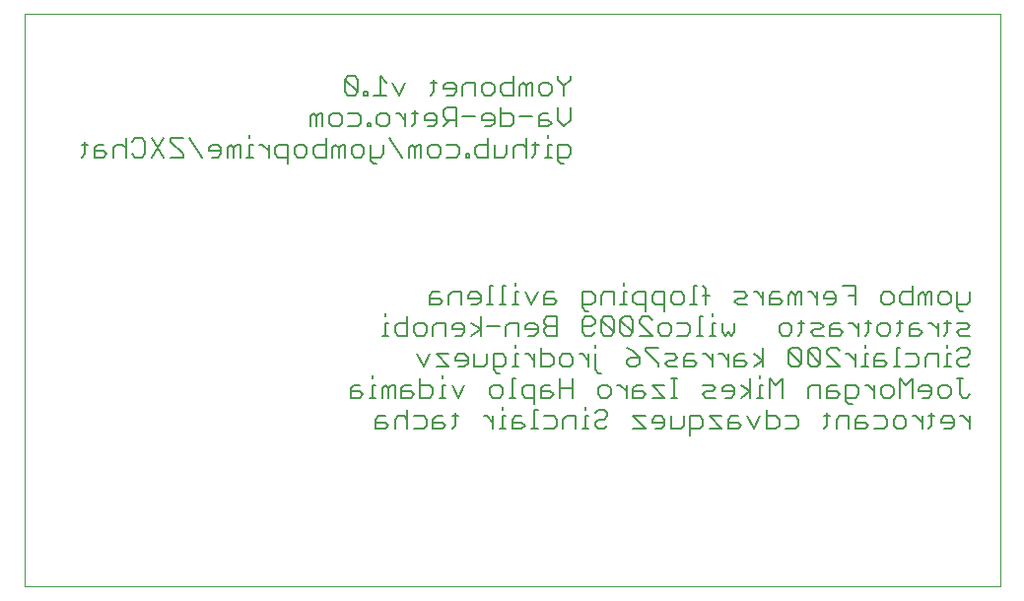
<source format=gbo>
G75*
%MOIN*%
%OFA0B0*%
%FSLAX24Y24*%
%IPPOS*%
%LPD*%
%AMOC8*
5,1,8,0,0,1.08239X$1,22.5*
%
%ADD10C,0.0000*%
%ADD11C,0.0060*%
D10*
X000100Y000175D02*
X000100Y019545D01*
X033092Y019545D01*
X033092Y000175D01*
X000100Y000175D01*
D11*
X011125Y006568D02*
X011445Y006568D01*
X011552Y006674D01*
X011445Y006781D01*
X011125Y006781D01*
X011125Y006888D02*
X011125Y006568D01*
X011125Y006888D02*
X011232Y006995D01*
X011445Y006995D01*
X011875Y006995D02*
X011875Y006568D01*
X011982Y006568D02*
X011768Y006568D01*
X012199Y006568D02*
X012199Y006888D01*
X012306Y006995D01*
X012413Y006888D01*
X012413Y006568D01*
X012626Y006568D02*
X012626Y006995D01*
X012519Y006995D01*
X012413Y006888D01*
X012844Y006888D02*
X012844Y006568D01*
X013164Y006568D01*
X013271Y006674D01*
X013164Y006781D01*
X012844Y006781D01*
X012844Y006888D02*
X012950Y006995D01*
X013164Y006995D01*
X013488Y006995D02*
X013808Y006995D01*
X013915Y006888D01*
X013915Y006674D01*
X013808Y006568D01*
X013488Y006568D01*
X013488Y007208D01*
X013594Y007618D02*
X013381Y008045D01*
X013808Y008045D02*
X013594Y007618D01*
X014025Y007618D02*
X014452Y007618D01*
X014025Y008045D01*
X014452Y008045D01*
X014670Y007938D02*
X014670Y007831D01*
X015097Y007831D01*
X015097Y007724D02*
X015097Y007938D01*
X014990Y008045D01*
X014777Y008045D01*
X014670Y007938D01*
X014990Y007618D02*
X015097Y007724D01*
X014990Y007618D02*
X014777Y007618D01*
X015314Y007618D02*
X015314Y008045D01*
X015741Y008045D02*
X015741Y007724D01*
X015635Y007618D01*
X015314Y007618D01*
X015959Y007618D02*
X016279Y007618D01*
X016386Y007724D01*
X016386Y007938D01*
X016279Y008045D01*
X015959Y008045D01*
X015959Y007511D01*
X016066Y007404D01*
X016172Y007404D01*
X016601Y007208D02*
X016601Y006568D01*
X016495Y006568D02*
X016708Y006568D01*
X016926Y006674D02*
X017033Y006568D01*
X017353Y006568D01*
X017353Y006354D02*
X017353Y006995D01*
X017033Y006995D01*
X016926Y006888D01*
X016926Y006674D01*
X016279Y006674D02*
X016172Y006568D01*
X015958Y006568D01*
X015852Y006674D01*
X015852Y006888D01*
X015958Y006995D01*
X016172Y006995D01*
X016279Y006888D01*
X016279Y006674D01*
X016279Y006265D02*
X016279Y006158D01*
X016279Y005945D02*
X016279Y005518D01*
X016386Y005518D02*
X016172Y005518D01*
X015956Y005518D02*
X015956Y005945D01*
X015743Y005945D02*
X015956Y005731D01*
X015743Y005945D02*
X015636Y005945D01*
X016279Y005945D02*
X016386Y005945D01*
X016603Y005838D02*
X016603Y005518D01*
X016924Y005518D01*
X017031Y005624D01*
X016924Y005731D01*
X016603Y005731D01*
X016603Y005838D02*
X016710Y005945D01*
X016924Y005945D01*
X017353Y006158D02*
X017353Y005518D01*
X017247Y005518D02*
X017460Y005518D01*
X017678Y005518D02*
X017998Y005518D01*
X018105Y005624D01*
X018105Y005838D01*
X017998Y005945D01*
X017678Y005945D01*
X017460Y006158D02*
X017353Y006158D01*
X017570Y006568D02*
X017891Y006568D01*
X017997Y006674D01*
X017891Y006781D01*
X017570Y006781D01*
X017570Y006888D02*
X017570Y006568D01*
X017570Y006888D02*
X017677Y006995D01*
X017891Y006995D01*
X018215Y006888D02*
X018642Y006888D01*
X018642Y006568D02*
X018642Y007208D01*
X018535Y007618D02*
X018642Y007724D01*
X018642Y007938D01*
X018535Y008045D01*
X018322Y008045D01*
X018215Y007938D01*
X018215Y007724D01*
X018322Y007618D01*
X018535Y007618D01*
X017997Y007724D02*
X017997Y007938D01*
X017891Y008045D01*
X017570Y008045D01*
X017353Y008045D02*
X017353Y007618D01*
X017353Y007831D02*
X017139Y008045D01*
X017033Y008045D01*
X016816Y008045D02*
X016709Y008045D01*
X016709Y007618D01*
X016816Y007618D02*
X016602Y007618D01*
X016601Y007208D02*
X016708Y007208D01*
X017570Y007618D02*
X017891Y007618D01*
X017997Y007724D01*
X017570Y007618D02*
X017570Y008258D01*
X017784Y008668D02*
X018105Y008668D01*
X018105Y009308D01*
X017784Y009308D01*
X017678Y009201D01*
X017678Y009095D01*
X017784Y008988D01*
X018105Y008988D01*
X017784Y008988D02*
X017678Y008881D01*
X017678Y008774D01*
X017784Y008668D01*
X017460Y008774D02*
X017460Y008988D01*
X017353Y009095D01*
X017140Y009095D01*
X017033Y008988D01*
X017033Y008881D01*
X017460Y008881D01*
X017460Y008774D02*
X017353Y008668D01*
X017140Y008668D01*
X016816Y008668D02*
X016816Y009095D01*
X016495Y009095D01*
X016389Y008988D01*
X016389Y008668D01*
X016171Y008988D02*
X015744Y008988D01*
X015527Y008881D02*
X015206Y009095D01*
X014989Y008988D02*
X014883Y009095D01*
X014669Y009095D01*
X014562Y008988D01*
X014562Y008881D01*
X014989Y008881D01*
X014989Y008774D02*
X014989Y008988D01*
X014989Y008774D02*
X014883Y008668D01*
X014669Y008668D01*
X014345Y008668D02*
X014345Y009095D01*
X014025Y009095D01*
X013918Y008988D01*
X013918Y008668D01*
X013700Y008774D02*
X013594Y008668D01*
X013380Y008668D01*
X013273Y008774D01*
X013273Y008988D01*
X013380Y009095D01*
X013594Y009095D01*
X013700Y008988D01*
X013700Y008774D01*
X013056Y008668D02*
X012736Y008668D01*
X012629Y008774D01*
X012629Y008988D01*
X012736Y009095D01*
X013056Y009095D01*
X013056Y009308D02*
X013056Y008668D01*
X012411Y008668D02*
X012198Y008668D01*
X012304Y008668D02*
X012304Y009095D01*
X012411Y009095D01*
X012304Y009308D02*
X012304Y009415D01*
X013810Y009718D02*
X013810Y010038D01*
X013917Y010145D01*
X014131Y010145D01*
X014131Y009931D02*
X013810Y009931D01*
X013810Y009718D02*
X014131Y009718D01*
X014237Y009824D01*
X014131Y009931D01*
X014455Y010038D02*
X014455Y009718D01*
X014882Y009718D02*
X014882Y010145D01*
X014562Y010145D01*
X014455Y010038D01*
X015100Y010038D02*
X015100Y009931D01*
X015527Y009931D01*
X015527Y009824D02*
X015527Y010038D01*
X015420Y010145D01*
X015206Y010145D01*
X015100Y010038D01*
X015420Y009718D02*
X015527Y009824D01*
X015420Y009718D02*
X015206Y009718D01*
X015527Y009308D02*
X015527Y008668D01*
X015527Y008881D02*
X015206Y008668D01*
X015743Y009718D02*
X015956Y009718D01*
X015850Y009718D02*
X015850Y010358D01*
X015956Y010358D01*
X016279Y010358D02*
X016279Y009718D01*
X016386Y009718D02*
X016172Y009718D01*
X016602Y009718D02*
X016816Y009718D01*
X016709Y009718D02*
X016709Y010145D01*
X016816Y010145D01*
X017033Y010145D02*
X017247Y009718D01*
X017460Y010145D01*
X017678Y010038D02*
X017678Y009718D01*
X017998Y009718D01*
X018105Y009824D01*
X017998Y009931D01*
X017678Y009931D01*
X017678Y010038D02*
X017784Y010145D01*
X017998Y010145D01*
X018967Y010145D02*
X018967Y009611D01*
X019074Y009504D01*
X019180Y009504D01*
X019074Y009308D02*
X019287Y009308D01*
X019394Y009201D01*
X019394Y009095D01*
X019287Y008988D01*
X018967Y008988D01*
X018967Y009201D02*
X018967Y008774D01*
X019074Y008668D01*
X019287Y008668D01*
X019394Y008774D01*
X019611Y008774D02*
X019718Y008668D01*
X019932Y008668D01*
X020038Y008774D01*
X019611Y009201D01*
X019611Y008774D01*
X020038Y008774D02*
X020038Y009201D01*
X019932Y009308D01*
X019718Y009308D01*
X019611Y009201D01*
X020256Y009201D02*
X020683Y008774D01*
X020576Y008668D01*
X020363Y008668D01*
X020256Y008774D01*
X020256Y009201D01*
X020363Y009308D01*
X020576Y009308D01*
X020683Y009201D01*
X020683Y008774D01*
X020900Y008668D02*
X021328Y008668D01*
X020900Y009095D01*
X020900Y009201D01*
X021007Y009308D01*
X021221Y009308D01*
X021328Y009201D01*
X021545Y008988D02*
X021652Y009095D01*
X021865Y009095D01*
X021972Y008988D01*
X021972Y008774D01*
X021865Y008668D01*
X021652Y008668D01*
X021545Y008774D01*
X021545Y008988D01*
X022190Y009095D02*
X022510Y009095D01*
X022617Y008988D01*
X022617Y008774D01*
X022510Y008668D01*
X022190Y008668D01*
X022833Y008668D02*
X023046Y008668D01*
X022940Y008668D02*
X022940Y009308D01*
X023046Y009308D01*
X023369Y009308D02*
X023369Y009415D01*
X023369Y009095D02*
X023369Y008668D01*
X023476Y008668D02*
X023262Y008668D01*
X023694Y008774D02*
X023694Y009095D01*
X023476Y009095D02*
X023369Y009095D01*
X023694Y008774D02*
X023800Y008668D01*
X023907Y008774D01*
X024014Y008668D01*
X024121Y008774D01*
X024121Y009095D01*
X024230Y009718D02*
X024123Y009824D01*
X024230Y009931D01*
X024443Y009931D01*
X024550Y010038D01*
X024443Y010145D01*
X024123Y010145D01*
X024230Y009718D02*
X024550Y009718D01*
X024767Y010145D02*
X024874Y010145D01*
X025087Y009931D01*
X025087Y009718D02*
X025087Y010145D01*
X025305Y010038D02*
X025305Y009718D01*
X025625Y009718D01*
X025732Y009824D01*
X025625Y009931D01*
X025305Y009931D01*
X025305Y010038D02*
X025412Y010145D01*
X025625Y010145D01*
X025949Y010038D02*
X025949Y009718D01*
X026163Y009718D02*
X026163Y010038D01*
X026056Y010145D01*
X025949Y010038D01*
X026163Y010038D02*
X026270Y010145D01*
X026376Y010145D01*
X026376Y009718D01*
X026593Y010145D02*
X026700Y010145D01*
X026914Y009931D01*
X026914Y009718D02*
X026914Y010145D01*
X027131Y010038D02*
X027131Y009931D01*
X027558Y009931D01*
X027558Y009824D02*
X027558Y010038D01*
X027451Y010145D01*
X027238Y010145D01*
X027131Y010038D01*
X027451Y009718D02*
X027558Y009824D01*
X027451Y009718D02*
X027238Y009718D01*
X027989Y010038D02*
X028203Y010038D01*
X028203Y010358D02*
X027776Y010358D01*
X028203Y010358D02*
X028203Y009718D01*
X028097Y009095D02*
X027990Y009095D01*
X028097Y009095D02*
X028310Y008881D01*
X028310Y008668D02*
X028310Y009095D01*
X028526Y009095D02*
X028740Y009095D01*
X028633Y009201D02*
X028633Y008774D01*
X028526Y008668D01*
X028526Y008365D02*
X028526Y008258D01*
X028526Y008045D02*
X028526Y007618D01*
X028632Y007618D02*
X028419Y007618D01*
X028203Y007618D02*
X028203Y008045D01*
X027989Y008045D02*
X027882Y008045D01*
X027989Y008045D02*
X028203Y007831D01*
X028526Y008045D02*
X028632Y008045D01*
X028850Y007938D02*
X028850Y007618D01*
X029170Y007618D01*
X029277Y007724D01*
X029170Y007831D01*
X028850Y007831D01*
X028850Y007938D02*
X028957Y008045D01*
X029170Y008045D01*
X029600Y008258D02*
X029600Y007618D01*
X029707Y007618D02*
X029493Y007618D01*
X029924Y007618D02*
X030244Y007618D01*
X030351Y007724D01*
X030351Y007938D01*
X030244Y008045D01*
X029924Y008045D01*
X029707Y008258D02*
X029600Y008258D01*
X029601Y008668D02*
X029707Y008774D01*
X029707Y009201D01*
X029601Y009095D02*
X029814Y009095D01*
X030032Y008988D02*
X030032Y008668D01*
X030352Y008668D01*
X030459Y008774D01*
X030352Y008881D01*
X030032Y008881D01*
X030032Y008988D02*
X030138Y009095D01*
X030352Y009095D01*
X030675Y009095D02*
X030782Y009095D01*
X030996Y008881D01*
X030996Y008668D02*
X030996Y009095D01*
X031212Y009095D02*
X031425Y009095D01*
X031319Y009201D02*
X031319Y008774D01*
X031212Y008668D01*
X031319Y008365D02*
X031319Y008258D01*
X031643Y008151D02*
X031750Y008258D01*
X031963Y008258D01*
X032070Y008151D01*
X032070Y008045D01*
X031963Y007938D01*
X031750Y007938D01*
X031643Y007831D01*
X031643Y007724D01*
X031750Y007618D01*
X031963Y007618D01*
X032070Y007724D01*
X031425Y007618D02*
X031212Y007618D01*
X031319Y007618D02*
X031319Y008045D01*
X031425Y008045D01*
X030996Y008045D02*
X030675Y008045D01*
X030569Y007938D01*
X030569Y007618D01*
X030996Y007618D02*
X030996Y008045D01*
X031643Y008774D02*
X031750Y008881D01*
X031963Y008881D01*
X032070Y008988D01*
X031963Y009095D01*
X031643Y009095D01*
X031643Y008774D02*
X031750Y008668D01*
X032070Y008668D01*
X031856Y009504D02*
X031750Y009504D01*
X031643Y009611D01*
X031643Y010145D01*
X031425Y010038D02*
X031425Y009824D01*
X031319Y009718D01*
X031105Y009718D01*
X030998Y009824D01*
X030998Y010038D01*
X031105Y010145D01*
X031319Y010145D01*
X031425Y010038D01*
X031643Y009718D02*
X031963Y009718D01*
X032070Y009824D01*
X032070Y010145D01*
X030781Y010145D02*
X030781Y009718D01*
X030567Y009718D02*
X030567Y010038D01*
X030461Y010145D01*
X030354Y010038D01*
X030354Y009718D01*
X030136Y009718D02*
X029816Y009718D01*
X029709Y009824D01*
X029709Y010038D01*
X029816Y010145D01*
X030136Y010145D01*
X030136Y010358D02*
X030136Y009718D01*
X030567Y010038D02*
X030674Y010145D01*
X030781Y010145D01*
X029492Y010038D02*
X029492Y009824D01*
X029385Y009718D01*
X029172Y009718D01*
X029065Y009824D01*
X029065Y010038D01*
X029172Y010145D01*
X029385Y010145D01*
X029492Y010038D01*
X029278Y009095D02*
X029064Y009095D01*
X028957Y008988D01*
X028957Y008774D01*
X029064Y008668D01*
X029278Y008668D01*
X029384Y008774D01*
X029384Y008988D01*
X029278Y009095D01*
X027773Y008774D02*
X027666Y008881D01*
X027346Y008881D01*
X027346Y008988D02*
X027346Y008668D01*
X027666Y008668D01*
X027773Y008774D01*
X027453Y009095D02*
X027346Y008988D01*
X027453Y009095D02*
X027666Y009095D01*
X027128Y008988D02*
X027022Y009095D01*
X026701Y009095D01*
X026484Y009095D02*
X026270Y009095D01*
X026377Y009201D02*
X026377Y008774D01*
X026270Y008668D01*
X026054Y008774D02*
X026054Y008988D01*
X025947Y009095D01*
X025734Y009095D01*
X025627Y008988D01*
X025627Y008774D01*
X025734Y008668D01*
X025947Y008668D01*
X026054Y008774D01*
X026056Y008258D02*
X025949Y008151D01*
X026376Y007724D01*
X026270Y007618D01*
X026056Y007618D01*
X025949Y007724D01*
X025949Y008151D01*
X026056Y008258D02*
X026270Y008258D01*
X026376Y008151D01*
X026376Y007724D01*
X026594Y007724D02*
X026701Y007618D01*
X026914Y007618D01*
X027021Y007724D01*
X026594Y008151D01*
X026594Y007724D01*
X027021Y007724D02*
X027021Y008151D01*
X026914Y008258D01*
X026701Y008258D01*
X026594Y008151D01*
X027239Y008151D02*
X027239Y008045D01*
X027666Y007618D01*
X027239Y007618D01*
X027239Y008151D02*
X027345Y008258D01*
X027559Y008258D01*
X027666Y008151D01*
X027128Y008668D02*
X026808Y008668D01*
X026701Y008774D01*
X026808Y008881D01*
X027022Y008881D01*
X027128Y008988D01*
X025087Y008258D02*
X025087Y007618D01*
X025087Y007831D02*
X024767Y008045D01*
X024443Y008045D02*
X024230Y008045D01*
X024123Y007938D01*
X024123Y007618D01*
X024443Y007618D01*
X024550Y007724D01*
X024443Y007831D01*
X024123Y007831D01*
X023906Y007831D02*
X023692Y008045D01*
X023585Y008045D01*
X023369Y008045D02*
X023369Y007618D01*
X023369Y007831D02*
X023155Y008045D01*
X023048Y008045D01*
X022725Y008045D02*
X022511Y008045D01*
X022404Y007938D01*
X022404Y007618D01*
X022725Y007618D01*
X022831Y007724D01*
X022725Y007831D01*
X022404Y007831D01*
X022187Y007938D02*
X022080Y008045D01*
X021760Y008045D01*
X021867Y007831D02*
X022080Y007831D01*
X022187Y007938D01*
X021867Y007831D02*
X021760Y007724D01*
X021867Y007618D01*
X022187Y007618D01*
X022187Y007208D02*
X021973Y007208D01*
X022080Y007208D02*
X022080Y006568D01*
X022187Y006568D02*
X021973Y006568D01*
X021757Y006568D02*
X021330Y006568D01*
X021113Y006674D02*
X021006Y006781D01*
X020686Y006781D01*
X020686Y006888D02*
X020686Y006568D01*
X021006Y006568D01*
X021113Y006674D01*
X021006Y006995D02*
X020792Y006995D01*
X020686Y006888D01*
X020468Y006995D02*
X020468Y006568D01*
X020468Y006781D02*
X020255Y006995D01*
X020148Y006995D01*
X019931Y006888D02*
X019931Y006674D01*
X019824Y006568D01*
X019611Y006568D01*
X019504Y006674D01*
X019504Y006888D01*
X019611Y006995D01*
X019824Y006995D01*
X019931Y006888D01*
X019609Y007404D02*
X019502Y007404D01*
X019395Y007511D01*
X019395Y008045D01*
X019179Y008045D02*
X019179Y007618D01*
X019179Y007831D02*
X018965Y008045D01*
X018859Y008045D01*
X019395Y008258D02*
X019395Y008365D01*
X020471Y008258D02*
X020684Y008151D01*
X020898Y007938D01*
X020578Y007938D01*
X020471Y007831D01*
X020471Y007724D01*
X020578Y007618D01*
X020791Y007618D01*
X020898Y007724D01*
X020898Y007938D01*
X021115Y008151D02*
X021542Y007724D01*
X021542Y007618D01*
X021330Y006995D02*
X021757Y006568D01*
X021757Y006995D02*
X021330Y006995D01*
X021437Y005945D02*
X021330Y005838D01*
X021330Y005731D01*
X021757Y005731D01*
X021757Y005624D02*
X021757Y005838D01*
X021650Y005945D01*
X021437Y005945D01*
X021113Y005945D02*
X020686Y005945D01*
X021113Y005518D01*
X020686Y005518D01*
X021437Y005518D02*
X021650Y005518D01*
X021757Y005624D01*
X021975Y005518D02*
X021975Y005945D01*
X022402Y005945D02*
X022402Y005624D01*
X022295Y005518D01*
X021975Y005518D01*
X022619Y005518D02*
X022940Y005518D01*
X023046Y005624D01*
X023046Y005838D01*
X022940Y005945D01*
X022619Y005945D01*
X022619Y005304D01*
X023264Y005518D02*
X023691Y005518D01*
X023264Y005945D01*
X023691Y005945D01*
X023908Y005838D02*
X023908Y005518D01*
X024229Y005518D01*
X024335Y005624D01*
X024229Y005731D01*
X023908Y005731D01*
X023908Y005838D02*
X024015Y005945D01*
X024229Y005945D01*
X024553Y005945D02*
X024766Y005518D01*
X024980Y005945D01*
X025197Y005945D02*
X025518Y005945D01*
X025625Y005838D01*
X025625Y005624D01*
X025518Y005518D01*
X025197Y005518D01*
X025197Y006158D01*
X025305Y006568D02*
X025305Y007208D01*
X025518Y006995D01*
X025732Y007208D01*
X025732Y006568D01*
X025087Y006568D02*
X024874Y006568D01*
X024981Y006568D02*
X024981Y006995D01*
X025087Y006995D01*
X024981Y007208D02*
X024981Y007315D01*
X024658Y007208D02*
X024658Y006568D01*
X024658Y006781D02*
X024337Y006995D01*
X024121Y006888D02*
X024014Y006995D01*
X023800Y006995D01*
X023694Y006888D01*
X023694Y006781D01*
X024121Y006781D01*
X024121Y006674D02*
X024121Y006888D01*
X024121Y006674D02*
X024014Y006568D01*
X023800Y006568D01*
X023476Y006568D02*
X023156Y006568D01*
X023049Y006674D01*
X023156Y006781D01*
X023369Y006781D01*
X023476Y006888D01*
X023369Y006995D01*
X023049Y006995D01*
X023906Y007618D02*
X023906Y008045D01*
X024767Y007618D02*
X025087Y007831D01*
X024658Y006781D02*
X024337Y006568D01*
X025842Y005945D02*
X026162Y005945D01*
X026269Y005838D01*
X026269Y005624D01*
X026162Y005518D01*
X025842Y005518D01*
X027130Y005518D02*
X027237Y005624D01*
X027237Y006051D01*
X027343Y005945D02*
X027130Y005945D01*
X027561Y005838D02*
X027561Y005518D01*
X027561Y005838D02*
X027668Y005945D01*
X027988Y005945D01*
X027988Y005518D01*
X028205Y005518D02*
X028526Y005518D01*
X028632Y005624D01*
X028526Y005731D01*
X028205Y005731D01*
X028205Y005838D02*
X028205Y005518D01*
X028205Y005838D02*
X028312Y005945D01*
X028526Y005945D01*
X028850Y005945D02*
X029170Y005945D01*
X029277Y005838D01*
X029277Y005624D01*
X029170Y005518D01*
X028850Y005518D01*
X029494Y005624D02*
X029494Y005838D01*
X029601Y005945D01*
X029815Y005945D01*
X029922Y005838D01*
X029922Y005624D01*
X029815Y005518D01*
X029601Y005518D01*
X029494Y005624D01*
X030138Y005945D02*
X030245Y005945D01*
X030459Y005731D01*
X030459Y005518D02*
X030459Y005945D01*
X030675Y005945D02*
X030888Y005945D01*
X030782Y006051D02*
X030782Y005624D01*
X030675Y005518D01*
X031106Y005731D02*
X031533Y005731D01*
X031533Y005624D02*
X031533Y005838D01*
X031426Y005945D01*
X031213Y005945D01*
X031106Y005838D01*
X031106Y005731D01*
X031213Y005518D02*
X031426Y005518D01*
X031533Y005624D01*
X031750Y005945D02*
X031856Y005945D01*
X032070Y005731D01*
X032070Y005518D02*
X032070Y005945D01*
X031963Y006568D02*
X031856Y006568D01*
X031750Y006674D01*
X031750Y007208D01*
X031856Y007208D02*
X031643Y007208D01*
X031425Y006888D02*
X031425Y006674D01*
X031319Y006568D01*
X031105Y006568D01*
X030998Y006674D01*
X030998Y006888D01*
X031105Y006995D01*
X031319Y006995D01*
X031425Y006888D01*
X031963Y006568D02*
X032070Y006674D01*
X030781Y006674D02*
X030781Y006888D01*
X030674Y006995D01*
X030461Y006995D01*
X030354Y006888D01*
X030354Y006781D01*
X030781Y006781D01*
X030781Y006674D02*
X030674Y006568D01*
X030461Y006568D01*
X030136Y006568D02*
X030136Y007208D01*
X029923Y006995D01*
X029709Y007208D01*
X029709Y006568D01*
X029492Y006674D02*
X029385Y006568D01*
X029172Y006568D01*
X029065Y006674D01*
X029065Y006888D01*
X029172Y006995D01*
X029385Y006995D01*
X029492Y006888D01*
X029492Y006674D01*
X028847Y006568D02*
X028847Y006995D01*
X028634Y006995D02*
X028527Y006995D01*
X028634Y006995D02*
X028847Y006781D01*
X028310Y006674D02*
X028203Y006568D01*
X027883Y006568D01*
X027883Y006461D02*
X027883Y006995D01*
X028203Y006995D01*
X028310Y006888D01*
X028310Y006674D01*
X028097Y006354D02*
X027990Y006354D01*
X027883Y006461D01*
X027666Y006674D02*
X027559Y006568D01*
X027239Y006568D01*
X027239Y006888D01*
X027345Y006995D01*
X027559Y006995D01*
X027559Y006781D02*
X027239Y006781D01*
X027021Y006568D02*
X027021Y006995D01*
X026701Y006995D01*
X026594Y006888D01*
X026594Y006568D01*
X027559Y006781D02*
X027666Y006674D01*
X023154Y009718D02*
X023154Y010251D01*
X023048Y010358D01*
X022831Y010358D02*
X022725Y010358D01*
X022725Y009718D01*
X022831Y009718D02*
X022618Y009718D01*
X022402Y009824D02*
X022295Y009718D01*
X022081Y009718D01*
X021975Y009824D01*
X021975Y010038D01*
X022081Y010145D01*
X022295Y010145D01*
X022402Y010038D01*
X022402Y009824D01*
X021757Y009718D02*
X021437Y009718D01*
X021330Y009824D01*
X021330Y010038D01*
X021437Y010145D01*
X021757Y010145D01*
X021757Y009504D01*
X021113Y009504D02*
X021113Y010145D01*
X020792Y010145D01*
X020686Y010038D01*
X020686Y009824D01*
X020792Y009718D01*
X021113Y009718D01*
X020468Y009718D02*
X020255Y009718D01*
X020361Y009718D02*
X020361Y010145D01*
X020468Y010145D01*
X020361Y010358D02*
X020361Y010465D01*
X020038Y010145D02*
X019718Y010145D01*
X019611Y010038D01*
X019611Y009718D01*
X019394Y009824D02*
X019287Y009718D01*
X018967Y009718D01*
X019394Y009824D02*
X019394Y010038D01*
X019287Y010145D01*
X018967Y010145D01*
X020038Y010145D02*
X020038Y009718D01*
X019074Y009308D02*
X018967Y009201D01*
X021115Y008258D02*
X021115Y008151D01*
X021115Y008258D02*
X021542Y008258D01*
X023048Y010038D02*
X023261Y010038D01*
X018215Y007208D02*
X018215Y006568D01*
X018429Y005945D02*
X018322Y005838D01*
X018322Y005518D01*
X018749Y005518D02*
X018749Y005945D01*
X018429Y005945D01*
X019072Y005945D02*
X019072Y005518D01*
X019179Y005518D02*
X018965Y005518D01*
X019397Y005624D02*
X019397Y005731D01*
X019503Y005838D01*
X019717Y005838D01*
X019824Y005945D01*
X019824Y006051D01*
X019717Y006158D01*
X019503Y006158D01*
X019397Y006051D01*
X019179Y005945D02*
X019072Y005945D01*
X019072Y006158D02*
X019072Y006265D01*
X019397Y005624D02*
X019503Y005518D01*
X019717Y005518D01*
X019824Y005624D01*
X016709Y008258D02*
X016709Y008365D01*
X014989Y006995D02*
X014776Y006568D01*
X014562Y006995D01*
X014345Y006995D02*
X014238Y006995D01*
X014238Y006568D01*
X014345Y006568D02*
X014131Y006568D01*
X014025Y005945D02*
X013918Y005838D01*
X013918Y005518D01*
X014238Y005518D01*
X014345Y005624D01*
X014238Y005731D01*
X013918Y005731D01*
X014025Y005945D02*
X014238Y005945D01*
X014561Y005945D02*
X014775Y005945D01*
X014668Y006051D02*
X014668Y005624D01*
X014561Y005518D01*
X013700Y005624D02*
X013594Y005518D01*
X013273Y005518D01*
X013056Y005518D02*
X013056Y006158D01*
X012949Y005945D02*
X012736Y005945D01*
X012629Y005838D01*
X012629Y005518D01*
X012411Y005624D02*
X012304Y005731D01*
X011984Y005731D01*
X011984Y005838D02*
X011984Y005518D01*
X012304Y005518D01*
X012411Y005624D01*
X012091Y005945D02*
X011984Y005838D01*
X012091Y005945D02*
X012304Y005945D01*
X012949Y005945D02*
X013056Y005838D01*
X013273Y005945D02*
X013594Y005945D01*
X013700Y005838D01*
X013700Y005624D01*
X011982Y006995D02*
X011875Y006995D01*
X011875Y007208D02*
X011875Y007315D01*
X014238Y007315D02*
X014238Y007208D01*
X016279Y010358D02*
X016386Y010358D01*
X016709Y010358D02*
X016709Y010465D01*
X018250Y014492D02*
X018143Y014599D01*
X018143Y015132D01*
X018463Y015132D01*
X018570Y015026D01*
X018570Y014812D01*
X018463Y014705D01*
X018143Y014705D01*
X017925Y014705D02*
X017712Y014705D01*
X017819Y014705D02*
X017819Y015132D01*
X017925Y015132D01*
X017819Y015346D02*
X017819Y015453D01*
X017496Y015132D02*
X017282Y015132D01*
X017389Y015239D02*
X017389Y014812D01*
X017282Y014705D01*
X017066Y014705D02*
X017066Y015346D01*
X016959Y015132D02*
X016746Y015132D01*
X016639Y015026D01*
X016639Y014705D01*
X016422Y014812D02*
X016315Y014705D01*
X015994Y014705D01*
X015994Y015132D01*
X015777Y015132D02*
X015457Y015132D01*
X015350Y015026D01*
X015350Y014812D01*
X015457Y014705D01*
X015777Y014705D01*
X015777Y015346D01*
X015672Y015755D02*
X015885Y015755D01*
X015992Y015862D01*
X015992Y016076D01*
X015885Y016182D01*
X015672Y016182D01*
X015565Y016076D01*
X015565Y015969D01*
X015992Y015969D01*
X016209Y016182D02*
X016530Y016182D01*
X016636Y016076D01*
X016636Y015862D01*
X016530Y015755D01*
X016209Y015755D01*
X016209Y016396D01*
X016316Y016805D02*
X016209Y016912D01*
X016209Y017126D01*
X016316Y017232D01*
X016636Y017232D01*
X016636Y017446D02*
X016636Y016805D01*
X016316Y016805D01*
X015992Y016912D02*
X015885Y016805D01*
X015672Y016805D01*
X015565Y016912D01*
X015565Y017126D01*
X015672Y017232D01*
X015885Y017232D01*
X015992Y017126D01*
X015992Y016912D01*
X015347Y016805D02*
X015347Y017232D01*
X015027Y017232D01*
X014920Y017126D01*
X014920Y016805D01*
X014703Y016912D02*
X014703Y017126D01*
X014596Y017232D01*
X014382Y017232D01*
X014276Y017126D01*
X014276Y017019D01*
X014703Y017019D01*
X014703Y016912D02*
X014596Y016805D01*
X014382Y016805D01*
X013951Y016912D02*
X013845Y016805D01*
X013951Y016912D02*
X013951Y017339D01*
X013845Y017232D02*
X014058Y017232D01*
X012984Y017232D02*
X012770Y016805D01*
X012557Y017232D01*
X012339Y017232D02*
X012126Y017446D01*
X012126Y016805D01*
X012339Y016805D02*
X011912Y016805D01*
X011695Y016805D02*
X011588Y016805D01*
X011588Y016912D01*
X011695Y016912D01*
X011695Y016805D01*
X011373Y016912D02*
X010945Y017339D01*
X010945Y016912D01*
X011052Y016805D01*
X011266Y016805D01*
X011373Y016912D01*
X011373Y017339D01*
X011266Y017446D01*
X011052Y017446D01*
X010945Y017339D01*
X011053Y016182D02*
X011373Y016182D01*
X011480Y016076D01*
X011480Y015862D01*
X011373Y015755D01*
X011053Y015755D01*
X010835Y015862D02*
X010835Y016076D01*
X010729Y016182D01*
X010515Y016182D01*
X010408Y016076D01*
X010408Y015862D01*
X010515Y015755D01*
X010729Y015755D01*
X010835Y015862D01*
X010191Y015755D02*
X010191Y016182D01*
X010084Y016182D01*
X009977Y016076D01*
X009871Y016182D01*
X009764Y016076D01*
X009764Y015755D01*
X009977Y015755D02*
X009977Y016076D01*
X010298Y015346D02*
X010298Y014705D01*
X009978Y014705D01*
X009871Y014812D01*
X009871Y015026D01*
X009978Y015132D01*
X010298Y015132D01*
X010516Y015026D02*
X010623Y015132D01*
X010729Y015026D01*
X010729Y014705D01*
X010516Y014705D02*
X010516Y015026D01*
X010729Y015026D02*
X010836Y015132D01*
X010943Y015132D01*
X010943Y014705D01*
X011160Y014812D02*
X011160Y015026D01*
X011267Y015132D01*
X011481Y015132D01*
X011587Y015026D01*
X011587Y014812D01*
X011481Y014705D01*
X011267Y014705D01*
X011160Y014812D01*
X011805Y014705D02*
X012125Y014705D01*
X012232Y014812D01*
X012232Y015132D01*
X012449Y015346D02*
X012876Y014705D01*
X013094Y014705D02*
X013094Y015026D01*
X013201Y015132D01*
X013308Y015026D01*
X013308Y014705D01*
X013521Y014705D02*
X013521Y015132D01*
X013414Y015132D01*
X013308Y015026D01*
X013739Y015026D02*
X013739Y014812D01*
X013845Y014705D01*
X014059Y014705D01*
X014166Y014812D01*
X014166Y015026D01*
X014059Y015132D01*
X013845Y015132D01*
X013739Y015026D01*
X014383Y015132D02*
X014703Y015132D01*
X014810Y015026D01*
X014810Y014812D01*
X014703Y014705D01*
X014383Y014705D01*
X015026Y014705D02*
X015132Y014705D01*
X015132Y014812D01*
X015026Y014812D01*
X015026Y014705D01*
X016422Y014812D02*
X016422Y015132D01*
X016959Y015132D02*
X017066Y015026D01*
X018250Y014492D02*
X018356Y014492D01*
X018356Y015755D02*
X018143Y015969D01*
X018143Y016396D01*
X017819Y016182D02*
X017605Y016182D01*
X017498Y016076D01*
X017498Y015755D01*
X017819Y015755D01*
X017925Y015862D01*
X017819Y015969D01*
X017498Y015969D01*
X017281Y016076D02*
X016854Y016076D01*
X016854Y016805D02*
X016854Y017126D01*
X016961Y017232D01*
X017067Y017126D01*
X017067Y016805D01*
X017281Y016805D02*
X017281Y017232D01*
X017174Y017232D01*
X017067Y017126D01*
X017498Y017126D02*
X017498Y016912D01*
X017605Y016805D01*
X017819Y016805D01*
X017925Y016912D01*
X017925Y017126D01*
X017819Y017232D01*
X017605Y017232D01*
X017498Y017126D01*
X018143Y017339D02*
X018143Y017446D01*
X018143Y017339D02*
X018356Y017126D01*
X018356Y016805D01*
X018356Y017126D02*
X018570Y017339D01*
X018570Y017446D01*
X018570Y016396D02*
X018570Y015969D01*
X018356Y015755D01*
X015347Y016076D02*
X014920Y016076D01*
X014703Y015969D02*
X014382Y015969D01*
X014276Y016076D01*
X014276Y016289D01*
X014382Y016396D01*
X014703Y016396D01*
X014703Y015755D01*
X014489Y015969D02*
X014276Y015755D01*
X014058Y015862D02*
X014058Y016076D01*
X013951Y016182D01*
X013738Y016182D01*
X013631Y016076D01*
X013631Y015969D01*
X014058Y015969D01*
X014058Y015862D02*
X013951Y015755D01*
X013738Y015755D01*
X013307Y015862D02*
X013200Y015755D01*
X013307Y015862D02*
X013307Y016289D01*
X013414Y016182D02*
X013200Y016182D01*
X012984Y016182D02*
X012984Y015755D01*
X012984Y015969D02*
X012770Y016182D01*
X012664Y016182D01*
X012447Y016076D02*
X012447Y015862D01*
X012340Y015755D01*
X012127Y015755D01*
X012020Y015862D01*
X012020Y016076D01*
X012127Y016182D01*
X012340Y016182D01*
X012447Y016076D01*
X011802Y015862D02*
X011695Y015862D01*
X011695Y015755D01*
X011802Y015755D01*
X011802Y015862D01*
X011805Y015132D02*
X011805Y014599D01*
X011912Y014492D01*
X012018Y014492D01*
X009654Y014812D02*
X009547Y014705D01*
X009333Y014705D01*
X009227Y014812D01*
X009227Y015026D01*
X009333Y015132D01*
X009547Y015132D01*
X009654Y015026D01*
X009654Y014812D01*
X009009Y014705D02*
X008689Y014705D01*
X008582Y014812D01*
X008582Y015026D01*
X008689Y015132D01*
X009009Y015132D01*
X009009Y014492D01*
X008365Y014705D02*
X008365Y015132D01*
X008365Y014919D02*
X008151Y015132D01*
X008044Y015132D01*
X007828Y015132D02*
X007721Y015132D01*
X007721Y014705D01*
X007828Y014705D02*
X007614Y014705D01*
X007398Y014705D02*
X007398Y015132D01*
X007291Y015132D01*
X007184Y015026D01*
X007078Y015132D01*
X006971Y015026D01*
X006971Y014705D01*
X007184Y014705D02*
X007184Y015026D01*
X006753Y015026D02*
X006753Y014812D01*
X006646Y014705D01*
X006433Y014705D01*
X006326Y014919D02*
X006753Y014919D01*
X006753Y015026D02*
X006646Y015132D01*
X006433Y015132D01*
X006326Y015026D01*
X006326Y014919D01*
X006109Y014705D02*
X005682Y015346D01*
X005464Y015346D02*
X005037Y015346D01*
X005037Y015239D01*
X005464Y014812D01*
X005464Y014705D01*
X005037Y014705D01*
X004820Y014705D02*
X004393Y015346D01*
X004175Y015239D02*
X004175Y014812D01*
X004068Y014705D01*
X003855Y014705D01*
X003748Y014812D01*
X003531Y014705D02*
X003531Y015346D01*
X003424Y015132D02*
X003210Y015132D01*
X003103Y015026D01*
X003103Y014705D01*
X002886Y014812D02*
X002779Y014919D01*
X002459Y014919D01*
X002459Y015026D02*
X002459Y014705D01*
X002779Y014705D01*
X002886Y014812D01*
X002566Y015132D02*
X002459Y015026D01*
X002566Y015132D02*
X002779Y015132D01*
X002241Y015132D02*
X002028Y015132D01*
X002135Y015239D02*
X002135Y014812D01*
X002028Y014705D01*
X003424Y015132D02*
X003531Y015026D01*
X003748Y015239D02*
X003855Y015346D01*
X004068Y015346D01*
X004175Y015239D01*
X004393Y014705D02*
X004820Y015346D01*
X007721Y015346D02*
X007721Y015453D01*
M02*

</source>
